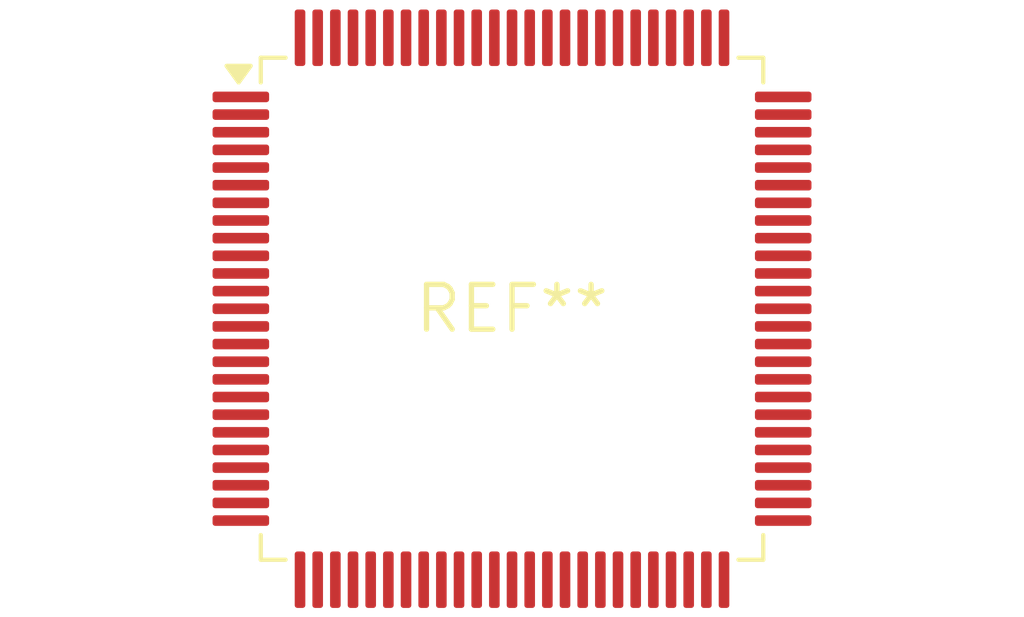
<source format=kicad_pcb>
(kicad_pcb (version 20240108) (generator pcbnew)
  (layers (0 "F.Cu" signal) (31 "B.Cu" signal) (34 "B.Paste" user) (35 "F.Paste" user) (36 "B.SilkS" user "B.Silkscreen") (37 "F.SilkS" user "F.Silkscreen") (38 "B.Mask" user) (39 "F.Mask" user) (44 "Edge.Cuts" user))
  (net 0 "")
  (footprint "LQFP-100_14x14mm_P0.5mm" (layer "F.Cu") (at 0 0)
    (property "Reference" "REF**")
    (property "Value" "LQFP-100_14x14mm_P0.5mm")
    (fp_line (start -7.11 -7.11) (end -7.11 -6.41) (layer "F.SilkS") (stroke (width 0.12)))
    (fp_line (start -7.11 7.11) (end -7.11 6.41) (layer "F.SilkS") (stroke (width 0.12)))
    (fp_line (start -6.41 -7.11) (end -7.11 -7.11) (layer "F.SilkS") (stroke (width 0.12)))
    (fp_line (start -6.41 7.11) (end -7.11 7.11) (layer "F.SilkS") (stroke (width 0.12)))
    (fp_line (start 6.41 -7.11) (end 7.11 -7.11) (layer "F.SilkS") (stroke (width 0.12)))
    (fp_line (start 6.41 7.11) (end 7.11 7.11) (layer "F.SilkS") (stroke (width 0.12)))
    (fp_line (start 7.11 -7.11) (end 7.11 -6.41) (layer "F.SilkS") (stroke (width 0.12)))
    (fp_line (start 7.11 7.11) (end 7.11 6.41) (layer "F.SilkS") (stroke (width 0.12)))
    (fp_poly (pts (xy -7.7375 -6.41) (xy -8.0775 -6.88) (xy -7.3975 -6.88) (xy -7.7375 -6.41)) (layer "F.SilkS") (stroke (width 0.12)) (fill solid))
    (pad "1" smd roundrect (at -7.675 -6) (size 1.6 0.3) (layers "F.Cu" "F.Paste" "F.Mask"))
    (pad "2" smd roundrect (at -7.675 -5.5) (size 1.6 0.3) (layers "F.Cu" "F.Paste" "F.Mask"))
    (pad "3" smd roundrect (at -7.675 -5) (size 1.6 0.3) (layers "F.Cu" "F.Paste" "F.Mask"))
    (pad "4" smd roundrect (at -7.675 -4.5) (size 1.6 0.3) (layers "F.Cu" "F.Paste" "F.Mask"))
    (pad "5" smd roundrect (at -7.675 -4) (size 1.6 0.3) (layers "F.Cu" "F.Paste" "F.Mask"))
    (pad "6" smd roundrect (at -7.675 -3.5) (size 1.6 0.3) (layers "F.Cu" "F.Paste" "F.Mask"))
    (pad "7" smd roundrect (at -7.675 -3) (size 1.6 0.3) (layers "F.Cu" "F.Paste" "F.Mask"))
    (pad "8" smd roundrect (at -7.675 -2.5) (size 1.6 0.3) (layers "F.Cu" "F.Paste" "F.Mask"))
    (pad "9" smd roundrect (at -7.675 -2) (size 1.6 0.3) (layers "F.Cu" "F.Paste" "F.Mask"))
    (pad "10" smd roundrect (at -7.675 -1.5) (size 1.6 0.3) (layers "F.Cu" "F.Paste" "F.Mask"))
    (pad "11" smd roundrect (at -7.675 -1) (size 1.6 0.3) (layers "F.Cu" "F.Paste" "F.Mask"))
    (pad "12" smd roundrect (at -7.675 -0.5) (size 1.6 0.3) (layers "F.Cu" "F.Paste" "F.Mask"))
    (pad "13" smd roundrect (at -7.675 0) (size 1.6 0.3) (layers "F.Cu" "F.Paste" "F.Mask"))
    (pad "14" smd roundrect (at -7.675 0.5) (size 1.6 0.3) (layers "F.Cu" "F.Paste" "F.Mask"))
    (pad "15" smd roundrect (at -7.675 1) (size 1.6 0.3) (layers "F.Cu" "F.Paste" "F.Mask"))
    (pad "16" smd roundrect (at -7.675 1.5) (size 1.6 0.3) (layers "F.Cu" "F.Paste" "F.Mask"))
    (pad "17" smd roundrect (at -7.675 2) (size 1.6 0.3) (layers "F.Cu" "F.Paste" "F.Mask"))
    (pad "18" smd roundrect (at -7.675 2.5) (size 1.6 0.3) (layers "F.Cu" "F.Paste" "F.Mask"))
    (pad "19" smd roundrect (at -7.675 3) (size 1.6 0.3) (layers "F.Cu" "F.Paste" "F.Mask"))
    (pad "20" smd roundrect (at -7.675 3.5) (size 1.6 0.3) (layers "F.Cu" "F.Paste" "F.Mask"))
    (pad "21" smd roundrect (at -7.675 4) (size 1.6 0.3) (layers "F.Cu" "F.Paste" "F.Mask"))
    (pad "22" smd roundrect (at -7.675 4.5) (size 1.6 0.3) (layers "F.Cu" "F.Paste" "F.Mask"))
    (pad "23" smd roundrect (at -7.675 5) (size 1.6 0.3) (layers "F.Cu" "F.Paste" "F.Mask"))
    (pad "24" smd roundrect (at -7.675 5.5) (size 1.6 0.3) (layers "F.Cu" "F.Paste" "F.Mask"))
    (pad "25" smd roundrect (at -7.675 6) (size 1.6 0.3) (layers "F.Cu" "F.Paste" "F.Mask"))
    (pad "26" smd roundrect (at -6 7.675) (size 0.3 1.6) (layers "F.Cu" "F.Paste" "F.Mask"))
    (pad "27" smd roundrect (at -5.5 7.675) (size 0.3 1.6) (layers "F.Cu" "F.Paste" "F.Mask"))
    (pad "28" smd roundrect (at -5 7.675) (size 0.3 1.6) (layers "F.Cu" "F.Paste" "F.Mask"))
    (pad "29" smd roundrect (at -4.5 7.675) (size 0.3 1.6) (layers "F.Cu" "F.Paste" "F.Mask"))
    (pad "30" smd roundrect (at -4 7.675) (size 0.3 1.6) (layers "F.Cu" "F.Paste" "F.Mask"))
    (pad "31" smd roundrect (at -3.5 7.675) (size 0.3 1.6) (layers "F.Cu" "F.Paste" "F.Mask"))
    (pad "32" smd roundrect (at -3 7.675) (size 0.3 1.6) (layers "F.Cu" "F.Paste" "F.Mask"))
    (pad "33" smd roundrect (at -2.5 7.675) (size 0.3 1.6) (layers "F.Cu" "F.Paste" "F.Mask"))
    (pad "34" smd roundrect (at -2 7.675) (size 0.3 1.6) (layers "F.Cu" "F.Paste" "F.Mask"))
    (pad "35" smd roundrect (at -1.5 7.675) (size 0.3 1.6) (layers "F.Cu" "F.Paste" "F.Mask"))
    (pad "36" smd roundrect (at -1 7.675) (size 0.3 1.6) (layers "F.Cu" "F.Paste" "F.Mask"))
    (pad "37" smd roundrect (at -0.5 7.675) (size 0.3 1.6) (layers "F.Cu" "F.Paste" "F.Mask"))
    (pad "38" smd roundrect (at 0 7.675) (size 0.3 1.6) (layers "F.Cu" "F.Paste" "F.Mask"))
    (pad "39" smd roundrect (at 0.5 7.675) (size 0.3 1.6) (layers "F.Cu" "F.Paste" "F.Mask"))
    (pad "40" smd roundrect (at 1 7.675) (size 0.3 1.6) (layers "F.Cu" "F.Paste" "F.Mask"))
    (pad "41" smd roundrect (at 1.5 7.675) (size 0.3 1.6) (layers "F.Cu" "F.Paste" "F.Mask"))
    (pad "42" smd roundrect (at 2 7.675) (size 0.3 1.6) (layers "F.Cu" "F.Paste" "F.Mask"))
    (pad "43" smd roundrect (at 2.5 7.675) (size 0.3 1.6) (layers "F.Cu" "F.Paste" "F.Mask"))
    (pad "44" smd roundrect (at 3 7.675) (size 0.3 1.6) (layers "F.Cu" "F.Paste" "F.Mask"))
    (pad "45" smd roundrect (at 3.5 7.675) (size 0.3 1.6) (layers "F.Cu" "F.Paste" "F.Mask"))
    (pad "46" smd roundrect (at 4 7.675) (size 0.3 1.6) (layers "F.Cu" "F.Paste" "F.Mask"))
    (pad "47" smd roundrect (at 4.5 7.675) (size 0.3 1.6) (layers "F.Cu" "F.Paste" "F.Mask"))
    (pad "48" smd roundrect (at 5 7.675) (size 0.3 1.6) (layers "F.Cu" "F.Paste" "F.Mask"))
    (pad "49" smd roundrect (at 5.5 7.675) (size 0.3 1.6) (layers "F.Cu" "F.Paste" "F.Mask"))
    (pad "50" smd roundrect (at 6 7.675) (size 0.3 1.6) (layers "F.Cu" "F.Paste" "F.Mask"))
    (pad "51" smd roundrect (at 7.675 6) (size 1.6 0.3) (layers "F.Cu" "F.Paste" "F.Mask"))
    (pad "52" smd roundrect (at 7.675 5.5) (size 1.6 0.3) (layers "F.Cu" "F.Paste" "F.Mask"))
    (pad "53" smd roundrect (at 7.675 5) (size 1.6 0.3) (layers "F.Cu" "F.Paste" "F.Mask"))
    (pad "54" smd roundrect (at 7.675 4.5) (size 1.6 0.3) (layers "F.Cu" "F.Paste" "F.Mask"))
    (pad "55" smd roundrect (at 7.675 4) (size 1.6 0.3) (layers "F.Cu" "F.Paste" "F.Mask"))
    (pad "56" smd roundrect (at 7.675 3.5) (size 1.6 0.3) (layers "F.Cu" "F.Paste" "F.Mask"))
    (pad "57" smd roundrect (at 7.675 3) (size 1.6 0.3) (layers "F.Cu" "F.Paste" "F.Mask"))
    (pad "58" smd roundrect (at 7.675 2.5) (size 1.6 0.3) (layers "F.Cu" "F.Paste" "F.Mask"))
    (pad "59" smd roundrect (at 7.675 2) (size 1.6 0.3) (layers "F.Cu" "F.Paste" "F.Mask"))
    (pad "60" smd roundrect (at 7.675 1.5) (size 1.6 0.3) (layers "F.Cu" "F.Paste" "F.Mask"))
    (pad "61" smd roundrect (at 7.675 1) (size 1.6 0.3) (layers "F.Cu" "F.Paste" "F.Mask"))
    (pad "62" smd roundrect (at 7.675 0.5) (size 1.6 0.3) (layers "F.Cu" "F.Paste" "F.Mask"))
    (pad "63" smd roundrect (at 7.675 0) (size 1.6 0.3) (layers "F.Cu" "F.Paste" "F.Mask"))
    (pad "64" smd roundrect (at 7.675 -0.5) (size 1.6 0.3) (layers "F.Cu" "F.Paste" "F.Mask"))
    (pad "65" smd roundrect (at 7.675 -1) (size 1.6 0.3) (layers "F.Cu" "F.Paste" "F.Mask"))
    (pad "66" smd roundrect (at 7.675 -1.5) (size 1.6 0.3) (layers "F.Cu" "F.Paste" "F.Mask"))
    (pad "67" smd roundrect (at 7.675 -2) (size 1.6 0.3) (layers "F.Cu" "F.Paste" "F.Mask"))
    (pad "68" smd roundrect (at 7.675 -2.5) (size 1.6 0.3) (layers "F.Cu" "F.Paste" "F.Mask"))
    (pad "69" smd roundrect (at 7.675 -3) (size 1.6 0.3) (layers "F.Cu" "F.Paste" "F.Mask"))
    (pad "70" smd roundrect (at 7.675 -3.5) (size 1.6 0.3) (layers "F.Cu" "F.Paste" "F.Mask"))
    (pad "71" smd roundrect (at 7.675 -4) (size 1.6 0.3) (layers "F.Cu" "F.Paste" "F.Mask"))
    (pad "72" smd roundrect (at 7.675 -4.5) (size 1.6 0.3) (layers "F.Cu" "F.Paste" "F.Mask"))
    (pad "73" smd roundrect (at 7.675 -5) (size 1.6 0.3) (layers "F.Cu" "F.Paste" "F.Mask"))
    (pad "74" smd roundrect (at 7.675 -5.5) (size 1.6 0.3) (layers "F.Cu" "F.Paste" "F.Mask"))
    (pad "75" smd roundrect (at 7.675 -6) (size 1.6 0.3) (layers "F.Cu" "F.Paste" "F.Mask"))
    (pad "76" smd roundrect (at 6 -7.675) (size 0.3 1.6) (layers "F.Cu" "F.Paste" "F.Mask"))
    (pad "77" smd roundrect (at 5.5 -7.675) (size 0.3 1.6) (layers "F.Cu" "F.Paste" "F.Mask"))
    (pad "78" smd roundrect (at 5 -7.675) (size 0.3 1.6) (layers "F.Cu" "F.Paste" "F.Mask"))
    (pad "79" smd roundrect (at 4.5 -7.675) (size 0.3 1.6) (layers "F.Cu" "F.Paste" "F.Mask"))
    (pad "80" smd roundrect (at 4 -7.675) (size 0.3 1.6) (layers "F.Cu" "F.Paste" "F.Mask"))
    (pad "81" smd roundrect (at 3.5 -7.675) (size 0.3 1.6) (layers "F.Cu" "F.Paste" "F.Mask"))
    (pad "82" smd roundrect (at 3 -7.675) (size 0.3 1.6) (layers "F.Cu" "F.Paste" "F.Mask"))
    (pad "83" smd roundrect (at 2.5 -7.675) (size 0.3 1.6) (layers "F.Cu" "F.Paste" "F.Mask"))
    (pad "84" smd roundrect (at 2 -7.675) (size 0.3 1.6) (layers "F.Cu" "F.Paste" "F.Mask"))
    (pad "85" smd roundrect (at 1.5 -7.675) (size 0.3 1.6) (layers "F.Cu" "F.Paste" "F.Mask"))
    (pad "86" smd roundrect (at 1 -7.675) (size 0.3 1.6) (layers "F.Cu" "F.Paste" "F.Mask"))
    (pad "87" smd roundrect (at 0.5 -7.675) (size 0.3 1.6) (layers "F.Cu" "F.Paste" "F.Mask"))
    (pad "88" smd roundrect (at 0 -7.675) (size 0.3 1.6) (layers "F.Cu" "F.Paste" "F.Mask"))
    (pad "89" smd roundrect (at -0.5 -7.675) (size 0.3 1.6) (layers "F.Cu" "F.Paste" "F.Mask"))
    (pad "90" smd roundrect (at -1 -7.675) (size 0.3 1.6) (layers "F.Cu" "F.Paste" "F.Mask"))
    (pad "91" smd roundrect (at -1.5 -7.675) (size 0.3 1.6) (layers "F.Cu" "F.Paste" "F.Mask"))
    (pad "92" smd roundrect (at -2 -7.675) (size 0.3 1.6) (layers "F.Cu" "F.Paste" "F.Mask"))
    (pad "93" smd roundrect (at -2.5 -7.675) (size 0.3 1.6) (layers "F.Cu" "F.Paste" "F.Mask"))
    (pad "94" smd roundrect (at -3 -7.675) (size 0.3 1.6) (layers "F.Cu" "F.Paste" "F.Mask"))
    (pad "95" smd roundrect (at -3.5 -7.675) (size 0.3 1.6) (layers "F.Cu" "F.Paste" "F.Mask"))
    (pad "96" smd roundrect (at -4 -7.675) (size 0.3 1.6) (layers "F.Cu" "F.Paste" "F.Mask"))
    (pad "97" smd roundrect (at -4.5 -7.675) (size 0.3 1.6) (layers "F.Cu" "F.Paste" "F.Mask"))
    (pad "98" smd roundrect (at -5 -7.675) (size 0.3 1.6) (layers "F.Cu" "F.Paste" "F.Mask"))
    (pad "99" smd roundrect (at -5.5 -7.675) (size 0.3 1.6) (layers "F.Cu" "F.Paste" "F.Mask"))
    (pad "100" smd roundrect (at -6 -7.675) (size 0.3 1.6) (layers "F.Cu" "F.Paste" "F.Mask"))
  )
)
</source>
